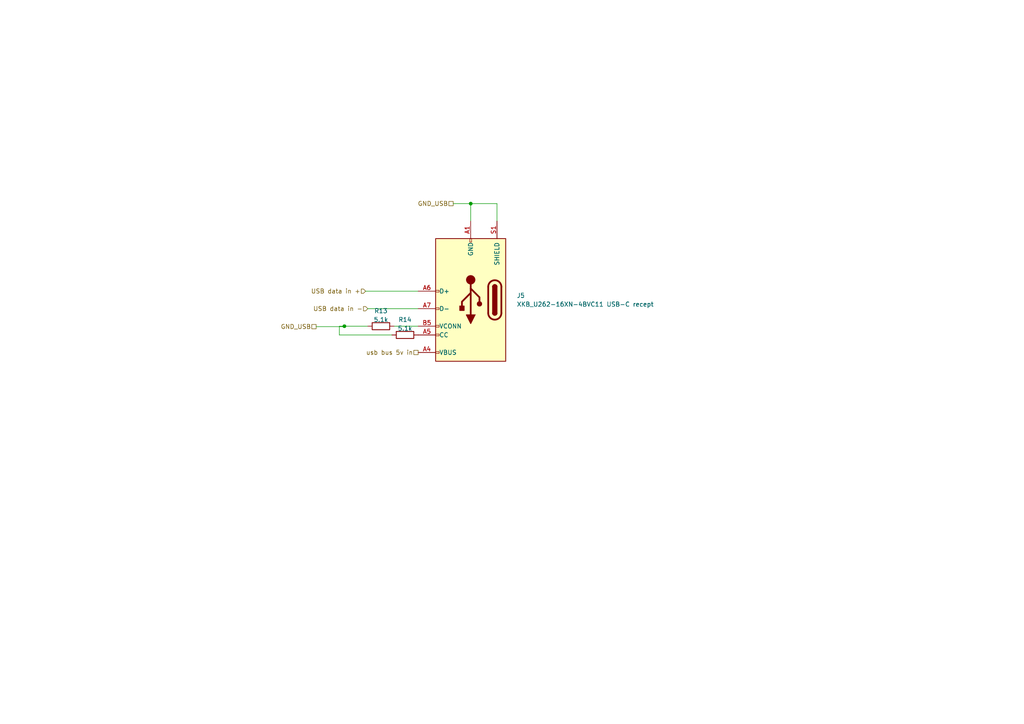
<source format=kicad_sch>
(kicad_sch (version 20211123) (generator eeschema)
  (paper "A4")
  (lib_symbols
    (symbol "Device:R" (pin_numbers hide) (pin_names (offset 0))
      (property "Reference" "R" (at 2.032 0 90))
      (property "Value" "R" (at 0 0 90))
      (symbol "R_0_1"
        (rectangle (start -1.016 -2.54) (end 1.016 2.54) (stroke (width 0.254)))
      )
      (symbol "R_1_1"
        (pin passive line (at 0 3.81 270) (length 1.27) (name "~") (number "1"))
        (pin passive line (at 0 -3.81 90) (length 1.27) (name "~") (number "2"))
      )
    )
    (symbol "clarinoid2:USB_C_Plug_USB2.0" (pin_names (offset 1.016))
      (property "Reference" "P" (at -10.16 19.05 0))
      (property "Value" "USB_C_Plug_USB2.0" (at 12.7 19.05 0))
      (symbol "USB_C_Plug_USB2.0_0_0"
        (rectangle (start -0.254 -17.78) (end 0.254 -16.764))
        (rectangle (start 10.16 -2.286) (end 9.144 -2.794))
        (rectangle (start 10.16 2.794) (end 9.144 2.286))
        (rectangle (start 10.16 7.874) (end 9.144 7.366))
        (rectangle (start 10.16 10.414) (end 9.144 9.906))
        (rectangle (start 10.16 15.494) (end 9.144 14.986))
      )
      (symbol "USB_C_Plug_USB2.0_0_1"
        (rectangle (start -10.16 17.78) (end 10.16 -17.78) (stroke (width 0.254)) (fill (type background)))
        (arc (start -8.89 -3.81) (mid -6.985 -5.715) (end -5.08 -3.81) (stroke (width 0.508)))
        (arc (start -7.62 -3.81) (mid -6.985 -4.445) (end -6.35 -3.81) (stroke (width 0.254)))
        (arc (start -7.62 -3.81) (mid -6.985 -4.445) (end -6.35 -3.81) (stroke (width 0.254)) (fill (type outline)))
        (rectangle (start -7.62 -3.81) (end -6.35 3.81) (stroke (width 0.254)) (fill (type outline)))
        (arc (start -6.35 3.81) (mid -6.985 4.445) (end -7.62 3.81) (stroke (width 0.254)))
        (arc (start -6.35 3.81) (mid -6.985 4.445) (end -7.62 3.81) (stroke (width 0.254)) (fill (type outline)))
        (arc (start -5.08 3.81) (mid -6.985 5.715) (end -8.89 3.81) (stroke (width 0.508)))
        (circle (center -2.54 1.143) (radius 0.635) (stroke (width 0.254)) (fill (type outline)))
        (circle (center 0 -5.842) (radius 1.27) (fill (type outline)))
        (polyline (pts (xy -8.89 -3.81) (xy -8.89 3.81)) (stroke (width 0.508)))
        (polyline (pts (xy -5.08 3.81) (xy -5.08 -3.81)) (stroke (width 0.508)))
        (polyline (pts (xy 0 -5.842) (xy 0 4.318)) (stroke (width 0.508)))
        (polyline (pts (xy 0 -3.302) (xy -2.54 -0.762) (xy -2.54 0.508)) (stroke (width 0.508)))
        (polyline (pts (xy 0 -2.032) (xy 2.54 0.508) (xy 2.54 1.778)) (stroke (width 0.508)))
        (polyline (pts (xy -1.27 4.318) (xy 0 6.858) (xy 1.27 4.318) (xy -1.27 4.318)) (stroke (width 0.254)) (fill (type outline)))
        (rectangle (start 1.905 1.778) (end 3.175 3.048) (stroke (width 0.254)) (fill (type outline)))
      )
      (symbol "USB_C_Plug_USB2.0_1_1"
        (pin passive line (at 0 -22.86 90) (length 5.08) (name "GND") (number "A1"))
        (pin passive line (at 0 -22.86 90) (length 5.08) hide (name "GND") (number "A12"))
        (pin power_out line (at 15.24 15.24 180) (length 5.08) (name "VBUS") (number "A4"))
        (pin bidirectional line (at 15.24 10.16 180) (length 5.08) (name "CC") (number "A5"))
        (pin bidirectional line (at 15.24 -2.54 180) (length 5.08) (name "D+") (number "A6"))
        (pin bidirectional line (at 15.24 2.54 180) (length 5.08) (name "D-") (number "A7"))
        (pin passive line (at 15.24 15.24 180) (length 5.08) hide (name "VBUS") (number "A9"))
        (pin passive line (at 0 -22.86 90) (length 5.08) hide (name "GND") (number "B1"))
        (pin passive line (at 0 -22.86 90) (length 5.08) hide (name "GND") (number "B12"))
        (pin passive line (at 15.24 15.24 180) (length 5.08) hide (name "VBUS") (number "B4"))
        (pin bidirectional line (at 15.24 7.62 180) (length 5.08) (name "VCONN") (number "B5"))
        (pin passive line (at 15.24 15.24 180) (length 5.08) hide (name "VBUS") (number "B9"))
        (pin passive line (at -7.62 -22.86 90) (length 5.08) (name "SHIELD") (number "S1"))
      )
    )
  )
  (junction (at 99.8895 94.615))
  (junction (at 136.525 59.055))
  (wire (pts (xy 136.525 59.055) (xy 136.525 64.135)))
  (wire (pts (xy 144.145 59.055) (xy 136.525 59.055)))
  (wire (pts (xy 106.045 84.455) (xy 121.285 84.455)))
  (wire (pts (xy 91.694 94.742) (xy 99.8895 94.742)))
  (wire (pts (xy 106.68 89.535) (xy 121.285 89.535)))
  (wire (pts (xy 98.425 94.615) (xy 98.425 97.155)))
  (wire (pts (xy 98.425 97.155) (xy 113.665 97.155)))
  (wire (pts (xy 136.525 59.055) (xy 131.445 59.055)))
  (wire (pts (xy 98.425 94.615) (xy 99.8895 94.615)))
  (wire (pts (xy 99.8895 94.742) (xy 99.8895 94.615)))
  (wire (pts (xy 114.3 94.615) (xy 121.285 94.615)))
  (wire (pts (xy 144.145 64.135) (xy 144.145 59.055)))
  (wire (pts (xy 99.8895 94.615) (xy 106.68 94.615)))
  (hierarchical_label "USB data in +" (shape input) (at 106.045 84.455 180))
  (hierarchical_label "USB data in -" (shape input) (at 106.68 89.535 180))
  (hierarchical_label "GND_USB" (shape passive) (at 91.694 94.742 180))
  (hierarchical_label "GND_USB" (shape passive) (at 131.445 59.055 180))
  (hierarchical_label "usb bus 5v in" (shape passive) (at 121.285 102.235 180))
  (symbol (lib_id "clarinoid2:USB_C_Plug_USB2.0") (at 136.525 86.995 180) (unit 1)
    (property "Reference" "J5" (at 149.86 85.7249 0) (effects (justify right)))
    (property "Value" "XKB_U262-16XN-4BVC11 USB-C recept" (at 149.86 88.2649 0) (effects (justify right)))
    (property "Footprint" "clarinoid2:USB_C_Receptacle_XKB_U262-16XN-4BVC11" (effects hide))
    (property "Datasheet" "https://www.usb.org/sites/default/files/documents/usb_type-c.zip" (effects hide))
    (property "LCSC part number" "C319148" (effects hide))
    (property "verif" "1" (effects hide))
  )
  (symbol (lib_id "Device:R") (at 117.475 97.155 90) (unit 1)
    (property "Reference" "R14" (at 117.475 92.71 90))
    (property "Value" "5.1k" (at 117.475 95.25 90))
    (property "Footprint" "Resistor_SMD:R_0805_2012Metric" (effects hide))
    (property "LCSC part number" "C25905" (effects hide))
    (property "verif" "1" (effects hide))
  )
  (symbol (lib_id "Device:R") (at 110.49 94.615 90) (unit 1)
    (property "Reference" "R13" (at 110.49 90.17 90))
    (property "Value" "5.1k" (at 110.49 92.71 90))
    (property "Footprint" "Resistor_SMD:R_0805_2012Metric" (effects hide))
    (property "LCSC part number" "C25905" (effects hide))
    (property "verif" "1" (effects hide))
  )
)
</source>
